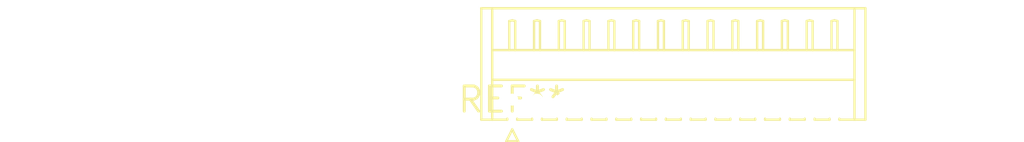
<source format=kicad_pcb>
(kicad_pcb (version 20240108) (generator pcbnew)
  (layers (0 "F.Cu" signal) (31 "B.Cu" signal) (34 "B.Paste" user) (35 "F.Paste" user) (36 "B.SilkS" user "B.Silkscreen") (37 "F.SilkS" user "F.Silkscreen") (38 "B.Mask" user) (39 "F.Mask" user) (44 "Edge.Cuts" user))
  (net 0 "")
  (footprint "Hirose_DF13-14P-1.25DS_1x14_P1.25mm_Horizontal" (layer "F.Cu") (at 0 0)
    (property "Reference" "REF**")
    (property "Value" "Hirose_DF13-14P-1.25DS_1x14_P1.25mm_Horizontal")
    (fp_line (start -1.56 -4.61) (end 17.81 -4.61) (layer "F.SilkS") (stroke (width 0.12)))
    (fp_line (start -1.56 1.01) (end -1.56 -4.61) (layer "F.SilkS") (stroke (width 0.12)))
    (fp_line (start -1.01 -4.61) (end -1.01 1.01) (layer "F.SilkS") (stroke (width 0.12)))
    (fp_line (start -1.01 -2.5) (end 17.26 -2.5) (layer "F.SilkS") (stroke (width 0.12)))
    (fp_line (start -1.01 -1) (end 17.26 -1) (layer "F.SilkS") (stroke (width 0.12)))
    (fp_line (start -0.3 2.1) (end 0.3 2.1) (layer "F.SilkS") (stroke (width 0.12)))
    (fp_line (start -0.25 0.96) (end -0.25 1.01) (layer "F.SilkS") (stroke (width 0.12)))
    (fp_line (start -0.25 1.01) (end -1.56 1.01) (layer "F.SilkS") (stroke (width 0.12)))
    (fp_line (start -0.15 -3.9625) (end 0 -4) (layer "F.SilkS") (stroke (width 0.12)))
    (fp_line (start -0.15 -2.5) (end -0.15 -3.9625) (layer "F.SilkS") (stroke (width 0.12)))
    (fp_line (start 0 -4) (end 0.15 -3.9625) (layer "F.SilkS") (stroke (width 0.12)))
    (fp_line (start 0 1.5) (end -0.3 2.1) (layer "F.SilkS") (stroke (width 0.12)))
    (fp_line (start 0.15 -3.9625) (end 0.15 -2.5) (layer "F.SilkS") (stroke (width 0.12)))
    (fp_line (start 0.25 0.96) (end 0.25 1.01) (layer "F.SilkS") (stroke (width 0.12)))
    (fp_line (start 0.25 1.01) (end 1 1.01) (layer "F.SilkS") (stroke (width 0.12)))
    (fp_line (start 0.3 2.1) (end 0 1.5) (layer "F.SilkS") (stroke (width 0.12)))
    (fp_line (start 1 1.01) (end 1 0.96) (layer "F.SilkS") (stroke (width 0.12)))
    (fp_line (start 1.1 -3.9625) (end 1.25 -4) (layer "F.SilkS") (stroke (width 0.12)))
    (fp_line (start 1.1 -2.5) (end 1.1 -3.9625) (layer "F.SilkS") (stroke (width 0.12)))
    (fp_line (start 1.25 -4) (end 1.4 -3.9625) (layer "F.SilkS") (stroke (width 0.12)))
    (fp_line (start 1.4 -3.9625) (end 1.4 -2.5) (layer "F.SilkS") (stroke (width 0.12)))
    (fp_line (start 1.5 0.96) (end 1.5 1.01) (layer "F.SilkS") (stroke (width 0.12)))
    (fp_line (start 1.5 1.01) (end 2.25 1.01) (layer "F.SilkS") (stroke (width 0.12)))
    (fp_line (start 2.25 1.01) (end 2.25 0.96) (layer "F.SilkS") (stroke (width 0.12)))
    (fp_line (start 2.35 -3.9625) (end 2.5 -4) (layer "F.SilkS") (stroke (width 0.12)))
    (fp_line (start 2.35 -2.5) (end 2.35 -3.9625) (layer "F.SilkS") (stroke (width 0.12)))
    (fp_line (start 2.5 -4) (end 2.65 -3.9625) (layer "F.SilkS") (stroke (width 0.12)))
    (fp_line (start 2.65 -3.9625) (end 2.65 -2.5) (layer "F.SilkS") (stroke (width 0.12)))
    (fp_line (start 2.75 0.96) (end 2.75 1.01) (layer "F.SilkS") (stroke (width 0.12)))
    (fp_line (start 2.75 1.01) (end 3.5 1.01) (layer "F.SilkS") (stroke (width 0.12)))
    (fp_line (start 3.5 1.01) (end 3.5 0.96) (layer "F.SilkS") (stroke (width 0.12)))
    (fp_line (start 3.6 -3.9625) (end 3.75 -4) (layer "F.SilkS") (stroke (width 0.12)))
    (fp_line (start 3.6 -2.5) (end 3.6 -3.9625) (layer "F.SilkS") (stroke (width 0.12)))
    (fp_line (start 3.75 -4) (end 3.9 -3.9625) (layer "F.SilkS") (stroke (width 0.12)))
    (fp_line (start 3.9 -3.9625) (end 3.9 -2.5) (layer "F.SilkS") (stroke (width 0.12)))
    (fp_line (start 4 0.96) (end 4 1.01) (layer "F.SilkS") (stroke (width 0.12)))
    (fp_line (start 4 1.01) (end 4.75 1.01) (layer "F.SilkS") (stroke (width 0.12)))
    (fp_line (start 4.75 1.01) (end 4.75 0.96) (layer "F.SilkS") (stroke (width 0.12)))
    (fp_line (start 4.85 -3.9625) (end 5 -4) (layer "F.SilkS") (stroke (width 0.12)))
    (fp_line (start 4.85 -2.5) (end 4.85 -3.9625) (layer "F.SilkS") (stroke (width 0.12)))
    (fp_line (start 5 -4) (end 5.15 -3.9625) (layer "F.SilkS") (stroke (width 0.12)))
    (fp_line (start 5.15 -3.9625) (end 5.15 -2.5) (layer "F.SilkS") (stroke (width 0.12)))
    (fp_line (start 5.25 0.96) (end 5.25 1.01) (layer "F.SilkS") (stroke (width 0.12)))
    (fp_line (start 5.25 1.01) (end 6 1.01) (layer "F.SilkS") (stroke (width 0.12)))
    (fp_line (start 6 1.01) (end 6 0.96) (layer "F.SilkS") (stroke (width 0.12)))
    (fp_line (start 6.1 -3.9625) (end 6.25 -4) (layer "F.SilkS") (stroke (width 0.12)))
    (fp_line (start 6.1 -2.5) (end 6.1 -3.9625) (layer "F.SilkS") (stroke (width 0.12)))
    (fp_line (start 6.25 -4) (end 6.4 -3.9625) (layer "F.SilkS") (stroke (width 0.12)))
    (fp_line (start 6.4 -3.9625) (end 6.4 -2.5) (layer "F.SilkS") (stroke (width 0.12)))
    (fp_line (start 6.5 0.96) (end 6.5 1.01) (layer "F.SilkS") (stroke (width 0.12)))
    (fp_line (start 6.5 1.01) (end 7.25 1.01) (layer "F.SilkS") (stroke (width 0.12)))
    (fp_line (start 7.25 1.01) (end 7.25 0.96) (layer "F.SilkS") (stroke (width 0.12)))
    (fp_line (start 7.35 -3.9625) (end 7.5 -4) (layer "F.SilkS") (stroke (width 0.12)))
    (fp_line (start 7.35 -2.5) (end 7.35 -3.9625) (layer "F.SilkS") (stroke (width 0.12)))
    (fp_line (start 7.5 -4) (end 7.65 -3.9625) (layer "F.SilkS") (stroke (width 0.12)))
    (fp_line (start 7.65 -3.9625) (end 7.65 -2.5) (layer "F.SilkS") (stroke (width 0.12)))
    (fp_line (start 7.75 0.96) (end 7.75 1.01) (layer "F.SilkS") (stroke (width 0.12)))
    (fp_line (start 7.75 1.01) (end 8.5 1.01) (layer "F.SilkS") (stroke (width 0.12)))
    (fp_line (start 8.5 1.01) (end 8.5 0.96) (layer "F.SilkS") (stroke (width 0.12)))
    (fp_line (start 8.6 -3.9625) (end 8.75 -4) (layer "F.SilkS") (stroke (width 0.12)))
    (fp_line (start 8.6 -2.5) (end 8.6 -3.9625) (layer "F.SilkS") (stroke (width 0.12)))
    (fp_line (start 8.75 -4) (end 8.9 -3.9625) (layer "F.SilkS") (stroke (width 0.12)))
    (fp_line (start 8.9 -3.9625) (end 8.9 -2.5) (layer "F.SilkS") (stroke (width 0.12)))
    (fp_line (start 9 0.96) (end 9 1.01) (layer "F.SilkS") (stroke (width 0.12)))
    (fp_line (start 9 1.01) (end 9.75 1.01) (layer "F.SilkS") (stroke (width 0.12)))
    (fp_line (start 9.75 1.01) (end 9.75 0.96) (layer "F.SilkS") (stroke (width 0.12)))
    (fp_line (start 9.85 -3.9625) (end 10 -4) (layer "F.SilkS") (stroke (width 0.12)))
    (fp_line (start 9.85 -2.5) (end 9.85 -3.9625) (layer "F.SilkS") (stroke (width 0.12)))
    (fp_line (start 10 -4) (end 10.15 -3.9625) (layer "F.SilkS") (stroke (width 0.12)))
    (fp_line (start 10.15 -3.9625) (end 10.15 -2.5) (layer "F.SilkS") (stroke (width 0.12)))
    (fp_line (start 10.25 0.96) (end 10.25 1.01) (layer "F.SilkS") (stroke (width 0.12)))
    (fp_line (start 10.25 1.01) (end 11 1.01) (layer "F.SilkS") (stroke (width 0.12)))
    (fp_line (start 11 1.01) (end 11 0.96) (layer "F.SilkS") (stroke (width 0.12)))
    (fp_line (start 11.1 -3.9625) (end 11.25 -4) (layer "F.SilkS") (stroke (width 0.12)))
    (fp_line (start 11.1 -2.5) (end 11.1 -3.9625) (layer "F.SilkS") (stroke (width 0.12)))
    (fp_line (start 11.25 -4) (end 11.4 -3.9625) (layer "F.SilkS") (stroke (width 0.12)))
    (fp_line (start 11.4 -3.9625) (end 11.4 -2.5) (layer "F.SilkS") (stroke (width 0.12)))
    (fp_line (start 11.5 0.96) (end 11.5 1.01) (layer "F.SilkS") (stroke (width 0.12)))
    (fp_line (start 11.5 1.01) (end 12.25 1.01) (layer "F.SilkS") (stroke (width 0.12)))
    (fp_line (start 12.25 1.01) (end 12.25 0.96) (layer "F.SilkS") (stroke (width 0.12)))
    (fp_line (start 12.35 -3.9625) (end 12.5 -4) (layer "F.SilkS") (stroke (width 0.12)))
    (fp_line (start 12.35 -2.5) (end 12.35 -3.9625) (layer "F.SilkS") (stroke (width 0.12)))
    (fp_line (start 12.5 -4) (end 12.65 -3.9625) (layer "F.SilkS") (stroke (width 0.12)))
    (fp_line (start 12.65 -3.9625) (end 12.65 -2.5) (layer "F.SilkS") (stroke (width 0.12)))
    (fp_line (start 12.75 0.96) (end 12.75 1.01) (layer "F.SilkS") (stroke (width 0.12)))
    (fp_line (start 12.75 1.01) (end 13.5 1.01) (layer "F.SilkS") (stroke (width 0.12)))
    (fp_line (start 13.5 1.01) (end 13.5 0.96) (layer "F.SilkS") (stroke (width 0.12)))
    (fp_line (start 13.6 -3.9625) (end 13.75 -4) (layer "F.SilkS") (stroke (width 0.12)))
    (fp_line (start 13.6 -2.5) (end 13.6 -3.9625) (layer "F.SilkS") (stroke (width 0.12)))
    (fp_line (start 13.75 -4) (end 13.9 -3.9625) (layer "F.SilkS") (stroke (width 0.12)))
    (fp_line (start 13.9 -3.9625) (end 13.9 -2.5) (layer "F.SilkS") (stroke (width 0.12)))
    (fp_line (start 14 0.96) (end 14 1.01) (layer "F.SilkS") (stroke (width 0.12)))
    (fp_line (start 14 1.01) (end 14.75 1.01) (layer "F.SilkS") (stroke (width 0.12)))
    (fp_line (start 14.75 1.01) (end 14.75 0.96) (layer "F.SilkS") (stroke (width 0.12)))
    (fp_line (start 14.85 -3.9625) (end 15 -4) (layer "F.SilkS") (stroke (width 0.12)))
    (fp_line (start 14.85 -2.5) (end 14.85 -3.9625) (layer "F.SilkS") (stroke (width 0.12)))
    (fp_line (start 15 -4) (end 15.15 -3.9625) (layer "F.SilkS") (stroke (width 0.12)))
    (fp_line (start 15.15 -3.9625) (end 15.15 -2.5) (layer "F.SilkS") (stroke (width 0.12)))
    (fp_line (start 15.25 0.96) (end 15.25 1.01) (layer "F.SilkS") (stroke (width 0.12)))
    (fp_line (start 15.25 1.01) (end 16 1.01) (layer "F.SilkS") (stroke (width 0.12)))
    (fp_line (start 16 1.01) (end 16 0.96) (layer "F.SilkS") (stroke (width 0.12)))
    (fp_line (start 16.1 -3.9625) (end 16.25 -4) (layer "F.SilkS") (stroke (width 0.12)))
    (fp_line (start 16.1 -2.5) (end 16.1 -3.9625) (layer "F.SilkS") (stroke (width 0.12)))
    (fp_line (start 16.25 -4) (end 16.4 -3.9625) (layer "F.SilkS") (stroke (width 0.12)))
    (fp_line (start 16.4 -3.9625) (end 16.4 -2.5) (layer "F.SilkS") (stroke (width 0.12)))
    (fp_line (start 16.5 1.01) (end 16.5 0.96) (layer "F.SilkS") (stroke (width 0.12)))
    (fp_line (start 17.26 -4.61) (end 17.26 1.01) (layer "F.SilkS") (stroke (width 0.12)))
    (fp_line (start 17.81 -4.61) (end 17.81 1.01) (layer "F.SilkS") (stroke (width 0.12)))
    (fp_line (start 17.81 1.01) (end 16.5 1.01) (layer "F.SilkS") (stroke (width 0.12)))
    (pad "1" thru_hole roundrect (at 0 0) (size 0.9 1.4) (drill 0.6) (layers *.Cu *.Mask) (remove_unused_layers))
    (pad "2" thru_hole oval (at 1.25 0) (size 0.9 1.4) (drill 0.6) (layers *.Cu *.Mask) (remove_unused_layers))
    (pad "3" thru_hole oval (at 2.5 0) (size 0.9 1.4) (drill 0.6) (layers *.Cu *.Mask) (remove_unused_layers))
    (pad "4" thru_hole oval (at 3.75 0) (size 0.9 1.4) (drill 0.6) (layers *.Cu *.Mask) (remove_unused_layers))
    (pad "5" thru_hole oval (at 5 0) (size 0.9 1.4) (drill 0.6) (layers *.Cu *.Mask) (remove_unused_layers))
    (pad "6" thru_hole oval (at 6.25 0) (size 0.9 1.4) (drill 0.6) (layers *.Cu *.Mask) (remove_unused_layers))
    (pad "7" thru_hole oval (at 7.5 0) (size 0.9 1.4) (drill 0.6) (layers *.Cu *.Mask) (remove_unused_layers))
    (pad "8" thru_hole oval (at 8.75 0) (size 0.9 1.4) (drill 0.6) (layers *.Cu *.Mask) (remove_unused_layers))
    (pad "9" thru_hole oval (at 10 0) (size 0.9 1.4) (drill 0.6) (layers *.Cu *.Mask) (remove_unused_layers))
    (pad "10" thru_hole oval (at 11.25 0) (size 0.9 1.4) (drill 0.6) (layers *.Cu *.Mask) (remove_unused_layers))
    (pad "11" thru_hole oval (at 12.5 0) (size 0.9 1.4) (drill 0.6) (layers *.Cu *.Mask) (remove_unused_layers))
    (pad "12" thru_hole oval (at 13.75 0) (size 0.9 1.4) (drill 0.6) (layers *.Cu *.Mask) (remove_unused_layers))
    (pad "13" thru_hole oval (at 15 0) (size 0.9 1.4) (drill 0.6) (layers *.Cu *.Mask) (remove_unused_layers))
    (pad "14" thru_hole oval (at 16.25 0) (size 0.9 1.4) (drill 0.6) (layers *.Cu *.Mask) (remove_unused_layers))
  )
)
</source>
